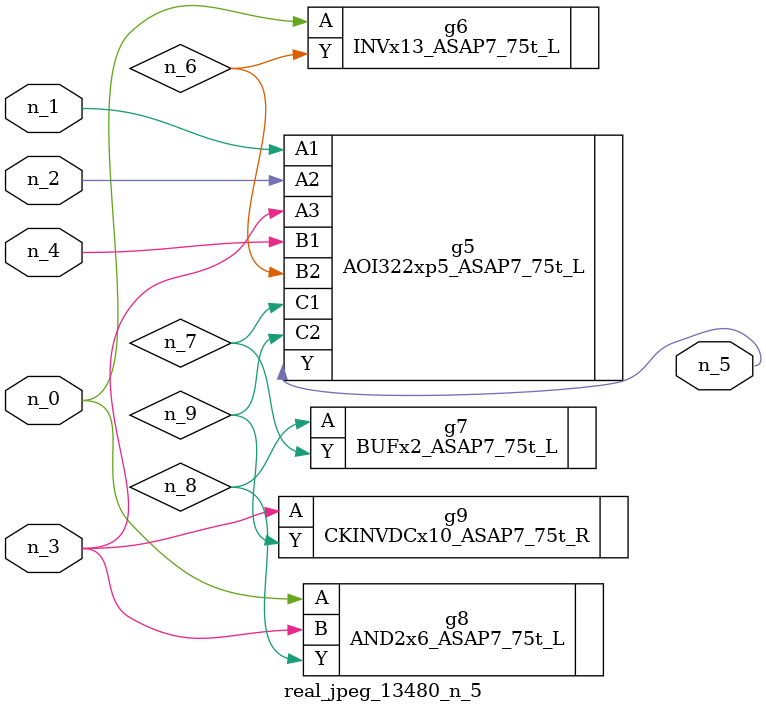
<source format=v>
module real_jpeg_13480_n_5 (n_4, n_0, n_1, n_2, n_3, n_5);

input n_4;
input n_0;
input n_1;
input n_2;
input n_3;

output n_5;

wire n_8;
wire n_6;
wire n_7;
wire n_9;

INVx13_ASAP7_75t_L g6 ( 
.A(n_0),
.Y(n_6)
);

AND2x6_ASAP7_75t_L g8 ( 
.A(n_0),
.B(n_3),
.Y(n_8)
);

AOI322xp5_ASAP7_75t_L g5 ( 
.A1(n_1),
.A2(n_2),
.A3(n_3),
.B1(n_4),
.B2(n_6),
.C1(n_7),
.C2(n_9),
.Y(n_5)
);

CKINVDCx10_ASAP7_75t_R g9 ( 
.A(n_3),
.Y(n_9)
);

BUFx2_ASAP7_75t_L g7 ( 
.A(n_8),
.Y(n_7)
);


endmodule
</source>
